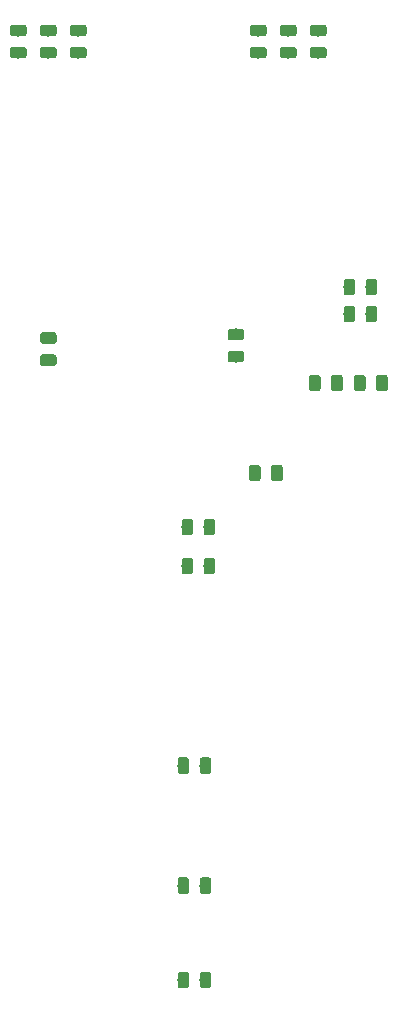
<source format=gbr>
G04 #@! TF.GenerationSoftware,KiCad,Pcbnew,(5.1.4-0-10_14)*
G04 #@! TF.CreationDate,2019-10-08T20:59:58-07:00*
G04 #@! TF.ProjectId,VCO_IO,56434f5f-494f-42e6-9b69-6361645f7063,rev?*
G04 #@! TF.SameCoordinates,Original*
G04 #@! TF.FileFunction,Paste,Bot*
G04 #@! TF.FilePolarity,Positive*
%FSLAX46Y46*%
G04 Gerber Fmt 4.6, Leading zero omitted, Abs format (unit mm)*
G04 Created by KiCad (PCBNEW (5.1.4-0-10_14)) date 2019-10-08 20:59:58*
%MOMM*%
%LPD*%
G04 APERTURE LIST*
%ADD10C,0.100000*%
%ADD11C,0.975000*%
G04 APERTURE END LIST*
D10*
G36*
X76680142Y-71268674D02*
G01*
X76703803Y-71272184D01*
X76727007Y-71277996D01*
X76749529Y-71286054D01*
X76771153Y-71296282D01*
X76791670Y-71308579D01*
X76810883Y-71322829D01*
X76828607Y-71338893D01*
X76844671Y-71356617D01*
X76858921Y-71375830D01*
X76871218Y-71396347D01*
X76881446Y-71417971D01*
X76889504Y-71440493D01*
X76895316Y-71463697D01*
X76898826Y-71487358D01*
X76900000Y-71511250D01*
X76900000Y-71998750D01*
X76898826Y-72022642D01*
X76895316Y-72046303D01*
X76889504Y-72069507D01*
X76881446Y-72092029D01*
X76871218Y-72113653D01*
X76858921Y-72134170D01*
X76844671Y-72153383D01*
X76828607Y-72171107D01*
X76810883Y-72187171D01*
X76791670Y-72201421D01*
X76771153Y-72213718D01*
X76749529Y-72223946D01*
X76727007Y-72232004D01*
X76703803Y-72237816D01*
X76680142Y-72241326D01*
X76656250Y-72242500D01*
X75743750Y-72242500D01*
X75719858Y-72241326D01*
X75696197Y-72237816D01*
X75672993Y-72232004D01*
X75650471Y-72223946D01*
X75628847Y-72213718D01*
X75608330Y-72201421D01*
X75589117Y-72187171D01*
X75571393Y-72171107D01*
X75555329Y-72153383D01*
X75541079Y-72134170D01*
X75528782Y-72113653D01*
X75518554Y-72092029D01*
X75510496Y-72069507D01*
X75504684Y-72046303D01*
X75501174Y-72022642D01*
X75500000Y-71998750D01*
X75500000Y-71511250D01*
X75501174Y-71487358D01*
X75504684Y-71463697D01*
X75510496Y-71440493D01*
X75518554Y-71417971D01*
X75528782Y-71396347D01*
X75541079Y-71375830D01*
X75555329Y-71356617D01*
X75571393Y-71338893D01*
X75589117Y-71322829D01*
X75608330Y-71308579D01*
X75628847Y-71296282D01*
X75650471Y-71286054D01*
X75672993Y-71277996D01*
X75696197Y-71272184D01*
X75719858Y-71268674D01*
X75743750Y-71267500D01*
X76656250Y-71267500D01*
X76680142Y-71268674D01*
X76680142Y-71268674D01*
G37*
D11*
X76200000Y-71755000D03*
D10*
G36*
X76680142Y-73143674D02*
G01*
X76703803Y-73147184D01*
X76727007Y-73152996D01*
X76749529Y-73161054D01*
X76771153Y-73171282D01*
X76791670Y-73183579D01*
X76810883Y-73197829D01*
X76828607Y-73213893D01*
X76844671Y-73231617D01*
X76858921Y-73250830D01*
X76871218Y-73271347D01*
X76881446Y-73292971D01*
X76889504Y-73315493D01*
X76895316Y-73338697D01*
X76898826Y-73362358D01*
X76900000Y-73386250D01*
X76900000Y-73873750D01*
X76898826Y-73897642D01*
X76895316Y-73921303D01*
X76889504Y-73944507D01*
X76881446Y-73967029D01*
X76871218Y-73988653D01*
X76858921Y-74009170D01*
X76844671Y-74028383D01*
X76828607Y-74046107D01*
X76810883Y-74062171D01*
X76791670Y-74076421D01*
X76771153Y-74088718D01*
X76749529Y-74098946D01*
X76727007Y-74107004D01*
X76703803Y-74112816D01*
X76680142Y-74116326D01*
X76656250Y-74117500D01*
X75743750Y-74117500D01*
X75719858Y-74116326D01*
X75696197Y-74112816D01*
X75672993Y-74107004D01*
X75650471Y-74098946D01*
X75628847Y-74088718D01*
X75608330Y-74076421D01*
X75589117Y-74062171D01*
X75571393Y-74046107D01*
X75555329Y-74028383D01*
X75541079Y-74009170D01*
X75528782Y-73988653D01*
X75518554Y-73967029D01*
X75510496Y-73944507D01*
X75504684Y-73921303D01*
X75501174Y-73897642D01*
X75500000Y-73873750D01*
X75500000Y-73386250D01*
X75501174Y-73362358D01*
X75504684Y-73338697D01*
X75510496Y-73315493D01*
X75518554Y-73292971D01*
X75528782Y-73271347D01*
X75541079Y-73250830D01*
X75555329Y-73231617D01*
X75571393Y-73213893D01*
X75589117Y-73197829D01*
X75608330Y-73183579D01*
X75628847Y-73171282D01*
X75650471Y-73161054D01*
X75672993Y-73152996D01*
X75696197Y-73147184D01*
X75719858Y-73143674D01*
X75743750Y-73142500D01*
X76656250Y-73142500D01*
X76680142Y-73143674D01*
X76680142Y-73143674D01*
G37*
D11*
X76200000Y-73630000D03*
D10*
G36*
X81760142Y-73143674D02*
G01*
X81783803Y-73147184D01*
X81807007Y-73152996D01*
X81829529Y-73161054D01*
X81851153Y-73171282D01*
X81871670Y-73183579D01*
X81890883Y-73197829D01*
X81908607Y-73213893D01*
X81924671Y-73231617D01*
X81938921Y-73250830D01*
X81951218Y-73271347D01*
X81961446Y-73292971D01*
X81969504Y-73315493D01*
X81975316Y-73338697D01*
X81978826Y-73362358D01*
X81980000Y-73386250D01*
X81980000Y-73873750D01*
X81978826Y-73897642D01*
X81975316Y-73921303D01*
X81969504Y-73944507D01*
X81961446Y-73967029D01*
X81951218Y-73988653D01*
X81938921Y-74009170D01*
X81924671Y-74028383D01*
X81908607Y-74046107D01*
X81890883Y-74062171D01*
X81871670Y-74076421D01*
X81851153Y-74088718D01*
X81829529Y-74098946D01*
X81807007Y-74107004D01*
X81783803Y-74112816D01*
X81760142Y-74116326D01*
X81736250Y-74117500D01*
X80823750Y-74117500D01*
X80799858Y-74116326D01*
X80776197Y-74112816D01*
X80752993Y-74107004D01*
X80730471Y-74098946D01*
X80708847Y-74088718D01*
X80688330Y-74076421D01*
X80669117Y-74062171D01*
X80651393Y-74046107D01*
X80635329Y-74028383D01*
X80621079Y-74009170D01*
X80608782Y-73988653D01*
X80598554Y-73967029D01*
X80590496Y-73944507D01*
X80584684Y-73921303D01*
X80581174Y-73897642D01*
X80580000Y-73873750D01*
X80580000Y-73386250D01*
X80581174Y-73362358D01*
X80584684Y-73338697D01*
X80590496Y-73315493D01*
X80598554Y-73292971D01*
X80608782Y-73271347D01*
X80621079Y-73250830D01*
X80635329Y-73231617D01*
X80651393Y-73213893D01*
X80669117Y-73197829D01*
X80688330Y-73183579D01*
X80708847Y-73171282D01*
X80730471Y-73161054D01*
X80752993Y-73152996D01*
X80776197Y-73147184D01*
X80799858Y-73143674D01*
X80823750Y-73142500D01*
X81736250Y-73142500D01*
X81760142Y-73143674D01*
X81760142Y-73143674D01*
G37*
D11*
X81280000Y-73630000D03*
D10*
G36*
X81760142Y-71268674D02*
G01*
X81783803Y-71272184D01*
X81807007Y-71277996D01*
X81829529Y-71286054D01*
X81851153Y-71296282D01*
X81871670Y-71308579D01*
X81890883Y-71322829D01*
X81908607Y-71338893D01*
X81924671Y-71356617D01*
X81938921Y-71375830D01*
X81951218Y-71396347D01*
X81961446Y-71417971D01*
X81969504Y-71440493D01*
X81975316Y-71463697D01*
X81978826Y-71487358D01*
X81980000Y-71511250D01*
X81980000Y-71998750D01*
X81978826Y-72022642D01*
X81975316Y-72046303D01*
X81969504Y-72069507D01*
X81961446Y-72092029D01*
X81951218Y-72113653D01*
X81938921Y-72134170D01*
X81924671Y-72153383D01*
X81908607Y-72171107D01*
X81890883Y-72187171D01*
X81871670Y-72201421D01*
X81851153Y-72213718D01*
X81829529Y-72223946D01*
X81807007Y-72232004D01*
X81783803Y-72237816D01*
X81760142Y-72241326D01*
X81736250Y-72242500D01*
X80823750Y-72242500D01*
X80799858Y-72241326D01*
X80776197Y-72237816D01*
X80752993Y-72232004D01*
X80730471Y-72223946D01*
X80708847Y-72213718D01*
X80688330Y-72201421D01*
X80669117Y-72187171D01*
X80651393Y-72171107D01*
X80635329Y-72153383D01*
X80621079Y-72134170D01*
X80608782Y-72113653D01*
X80598554Y-72092029D01*
X80590496Y-72069507D01*
X80584684Y-72046303D01*
X80581174Y-72022642D01*
X80580000Y-71998750D01*
X80580000Y-71511250D01*
X80581174Y-71487358D01*
X80584684Y-71463697D01*
X80590496Y-71440493D01*
X80598554Y-71417971D01*
X80608782Y-71396347D01*
X80621079Y-71375830D01*
X80635329Y-71356617D01*
X80651393Y-71338893D01*
X80669117Y-71322829D01*
X80688330Y-71308579D01*
X80708847Y-71296282D01*
X80730471Y-71286054D01*
X80752993Y-71277996D01*
X80776197Y-71272184D01*
X80799858Y-71268674D01*
X80823750Y-71267500D01*
X81736250Y-71267500D01*
X81760142Y-71268674D01*
X81760142Y-71268674D01*
G37*
D11*
X81280000Y-71755000D03*
D10*
G36*
X97000142Y-71268674D02*
G01*
X97023803Y-71272184D01*
X97047007Y-71277996D01*
X97069529Y-71286054D01*
X97091153Y-71296282D01*
X97111670Y-71308579D01*
X97130883Y-71322829D01*
X97148607Y-71338893D01*
X97164671Y-71356617D01*
X97178921Y-71375830D01*
X97191218Y-71396347D01*
X97201446Y-71417971D01*
X97209504Y-71440493D01*
X97215316Y-71463697D01*
X97218826Y-71487358D01*
X97220000Y-71511250D01*
X97220000Y-71998750D01*
X97218826Y-72022642D01*
X97215316Y-72046303D01*
X97209504Y-72069507D01*
X97201446Y-72092029D01*
X97191218Y-72113653D01*
X97178921Y-72134170D01*
X97164671Y-72153383D01*
X97148607Y-72171107D01*
X97130883Y-72187171D01*
X97111670Y-72201421D01*
X97091153Y-72213718D01*
X97069529Y-72223946D01*
X97047007Y-72232004D01*
X97023803Y-72237816D01*
X97000142Y-72241326D01*
X96976250Y-72242500D01*
X96063750Y-72242500D01*
X96039858Y-72241326D01*
X96016197Y-72237816D01*
X95992993Y-72232004D01*
X95970471Y-72223946D01*
X95948847Y-72213718D01*
X95928330Y-72201421D01*
X95909117Y-72187171D01*
X95891393Y-72171107D01*
X95875329Y-72153383D01*
X95861079Y-72134170D01*
X95848782Y-72113653D01*
X95838554Y-72092029D01*
X95830496Y-72069507D01*
X95824684Y-72046303D01*
X95821174Y-72022642D01*
X95820000Y-71998750D01*
X95820000Y-71511250D01*
X95821174Y-71487358D01*
X95824684Y-71463697D01*
X95830496Y-71440493D01*
X95838554Y-71417971D01*
X95848782Y-71396347D01*
X95861079Y-71375830D01*
X95875329Y-71356617D01*
X95891393Y-71338893D01*
X95909117Y-71322829D01*
X95928330Y-71308579D01*
X95948847Y-71296282D01*
X95970471Y-71286054D01*
X95992993Y-71277996D01*
X96016197Y-71272184D01*
X96039858Y-71268674D01*
X96063750Y-71267500D01*
X96976250Y-71267500D01*
X97000142Y-71268674D01*
X97000142Y-71268674D01*
G37*
D11*
X96520000Y-71755000D03*
D10*
G36*
X97000142Y-73143674D02*
G01*
X97023803Y-73147184D01*
X97047007Y-73152996D01*
X97069529Y-73161054D01*
X97091153Y-73171282D01*
X97111670Y-73183579D01*
X97130883Y-73197829D01*
X97148607Y-73213893D01*
X97164671Y-73231617D01*
X97178921Y-73250830D01*
X97191218Y-73271347D01*
X97201446Y-73292971D01*
X97209504Y-73315493D01*
X97215316Y-73338697D01*
X97218826Y-73362358D01*
X97220000Y-73386250D01*
X97220000Y-73873750D01*
X97218826Y-73897642D01*
X97215316Y-73921303D01*
X97209504Y-73944507D01*
X97201446Y-73967029D01*
X97191218Y-73988653D01*
X97178921Y-74009170D01*
X97164671Y-74028383D01*
X97148607Y-74046107D01*
X97130883Y-74062171D01*
X97111670Y-74076421D01*
X97091153Y-74088718D01*
X97069529Y-74098946D01*
X97047007Y-74107004D01*
X97023803Y-74112816D01*
X97000142Y-74116326D01*
X96976250Y-74117500D01*
X96063750Y-74117500D01*
X96039858Y-74116326D01*
X96016197Y-74112816D01*
X95992993Y-74107004D01*
X95970471Y-74098946D01*
X95948847Y-74088718D01*
X95928330Y-74076421D01*
X95909117Y-74062171D01*
X95891393Y-74046107D01*
X95875329Y-74028383D01*
X95861079Y-74009170D01*
X95848782Y-73988653D01*
X95838554Y-73967029D01*
X95830496Y-73944507D01*
X95824684Y-73921303D01*
X95821174Y-73897642D01*
X95820000Y-73873750D01*
X95820000Y-73386250D01*
X95821174Y-73362358D01*
X95824684Y-73338697D01*
X95830496Y-73315493D01*
X95838554Y-73292971D01*
X95848782Y-73271347D01*
X95861079Y-73250830D01*
X95875329Y-73231617D01*
X95891393Y-73213893D01*
X95909117Y-73197829D01*
X95928330Y-73183579D01*
X95948847Y-73171282D01*
X95970471Y-73161054D01*
X95992993Y-73152996D01*
X96016197Y-73147184D01*
X96039858Y-73143674D01*
X96063750Y-73142500D01*
X96976250Y-73142500D01*
X97000142Y-73143674D01*
X97000142Y-73143674D01*
G37*
D11*
X96520000Y-73630000D03*
D10*
G36*
X102080142Y-73143674D02*
G01*
X102103803Y-73147184D01*
X102127007Y-73152996D01*
X102149529Y-73161054D01*
X102171153Y-73171282D01*
X102191670Y-73183579D01*
X102210883Y-73197829D01*
X102228607Y-73213893D01*
X102244671Y-73231617D01*
X102258921Y-73250830D01*
X102271218Y-73271347D01*
X102281446Y-73292971D01*
X102289504Y-73315493D01*
X102295316Y-73338697D01*
X102298826Y-73362358D01*
X102300000Y-73386250D01*
X102300000Y-73873750D01*
X102298826Y-73897642D01*
X102295316Y-73921303D01*
X102289504Y-73944507D01*
X102281446Y-73967029D01*
X102271218Y-73988653D01*
X102258921Y-74009170D01*
X102244671Y-74028383D01*
X102228607Y-74046107D01*
X102210883Y-74062171D01*
X102191670Y-74076421D01*
X102171153Y-74088718D01*
X102149529Y-74098946D01*
X102127007Y-74107004D01*
X102103803Y-74112816D01*
X102080142Y-74116326D01*
X102056250Y-74117500D01*
X101143750Y-74117500D01*
X101119858Y-74116326D01*
X101096197Y-74112816D01*
X101072993Y-74107004D01*
X101050471Y-74098946D01*
X101028847Y-74088718D01*
X101008330Y-74076421D01*
X100989117Y-74062171D01*
X100971393Y-74046107D01*
X100955329Y-74028383D01*
X100941079Y-74009170D01*
X100928782Y-73988653D01*
X100918554Y-73967029D01*
X100910496Y-73944507D01*
X100904684Y-73921303D01*
X100901174Y-73897642D01*
X100900000Y-73873750D01*
X100900000Y-73386250D01*
X100901174Y-73362358D01*
X100904684Y-73338697D01*
X100910496Y-73315493D01*
X100918554Y-73292971D01*
X100928782Y-73271347D01*
X100941079Y-73250830D01*
X100955329Y-73231617D01*
X100971393Y-73213893D01*
X100989117Y-73197829D01*
X101008330Y-73183579D01*
X101028847Y-73171282D01*
X101050471Y-73161054D01*
X101072993Y-73152996D01*
X101096197Y-73147184D01*
X101119858Y-73143674D01*
X101143750Y-73142500D01*
X102056250Y-73142500D01*
X102080142Y-73143674D01*
X102080142Y-73143674D01*
G37*
D11*
X101600000Y-73630000D03*
D10*
G36*
X102080142Y-71268674D02*
G01*
X102103803Y-71272184D01*
X102127007Y-71277996D01*
X102149529Y-71286054D01*
X102171153Y-71296282D01*
X102191670Y-71308579D01*
X102210883Y-71322829D01*
X102228607Y-71338893D01*
X102244671Y-71356617D01*
X102258921Y-71375830D01*
X102271218Y-71396347D01*
X102281446Y-71417971D01*
X102289504Y-71440493D01*
X102295316Y-71463697D01*
X102298826Y-71487358D01*
X102300000Y-71511250D01*
X102300000Y-71998750D01*
X102298826Y-72022642D01*
X102295316Y-72046303D01*
X102289504Y-72069507D01*
X102281446Y-72092029D01*
X102271218Y-72113653D01*
X102258921Y-72134170D01*
X102244671Y-72153383D01*
X102228607Y-72171107D01*
X102210883Y-72187171D01*
X102191670Y-72201421D01*
X102171153Y-72213718D01*
X102149529Y-72223946D01*
X102127007Y-72232004D01*
X102103803Y-72237816D01*
X102080142Y-72241326D01*
X102056250Y-72242500D01*
X101143750Y-72242500D01*
X101119858Y-72241326D01*
X101096197Y-72237816D01*
X101072993Y-72232004D01*
X101050471Y-72223946D01*
X101028847Y-72213718D01*
X101008330Y-72201421D01*
X100989117Y-72187171D01*
X100971393Y-72171107D01*
X100955329Y-72153383D01*
X100941079Y-72134170D01*
X100928782Y-72113653D01*
X100918554Y-72092029D01*
X100910496Y-72069507D01*
X100904684Y-72046303D01*
X100901174Y-72022642D01*
X100900000Y-71998750D01*
X100900000Y-71511250D01*
X100901174Y-71487358D01*
X100904684Y-71463697D01*
X100910496Y-71440493D01*
X100918554Y-71417971D01*
X100928782Y-71396347D01*
X100941079Y-71375830D01*
X100955329Y-71356617D01*
X100971393Y-71338893D01*
X100989117Y-71322829D01*
X101008330Y-71308579D01*
X101028847Y-71296282D01*
X101050471Y-71286054D01*
X101072993Y-71277996D01*
X101096197Y-71272184D01*
X101119858Y-71268674D01*
X101143750Y-71267500D01*
X102056250Y-71267500D01*
X102080142Y-71268674D01*
X102080142Y-71268674D01*
G37*
D11*
X101600000Y-71755000D03*
D10*
G36*
X90437642Y-133286174D02*
G01*
X90461303Y-133289684D01*
X90484507Y-133295496D01*
X90507029Y-133303554D01*
X90528653Y-133313782D01*
X90549170Y-133326079D01*
X90568383Y-133340329D01*
X90586107Y-133356393D01*
X90602171Y-133374117D01*
X90616421Y-133393330D01*
X90628718Y-133413847D01*
X90638946Y-133435471D01*
X90647004Y-133457993D01*
X90652816Y-133481197D01*
X90656326Y-133504858D01*
X90657500Y-133528750D01*
X90657500Y-134441250D01*
X90656326Y-134465142D01*
X90652816Y-134488803D01*
X90647004Y-134512007D01*
X90638946Y-134534529D01*
X90628718Y-134556153D01*
X90616421Y-134576670D01*
X90602171Y-134595883D01*
X90586107Y-134613607D01*
X90568383Y-134629671D01*
X90549170Y-134643921D01*
X90528653Y-134656218D01*
X90507029Y-134666446D01*
X90484507Y-134674504D01*
X90461303Y-134680316D01*
X90437642Y-134683826D01*
X90413750Y-134685000D01*
X89926250Y-134685000D01*
X89902358Y-134683826D01*
X89878697Y-134680316D01*
X89855493Y-134674504D01*
X89832971Y-134666446D01*
X89811347Y-134656218D01*
X89790830Y-134643921D01*
X89771617Y-134629671D01*
X89753893Y-134613607D01*
X89737829Y-134595883D01*
X89723579Y-134576670D01*
X89711282Y-134556153D01*
X89701054Y-134534529D01*
X89692996Y-134512007D01*
X89687184Y-134488803D01*
X89683674Y-134465142D01*
X89682500Y-134441250D01*
X89682500Y-133528750D01*
X89683674Y-133504858D01*
X89687184Y-133481197D01*
X89692996Y-133457993D01*
X89701054Y-133435471D01*
X89711282Y-133413847D01*
X89723579Y-133393330D01*
X89737829Y-133374117D01*
X89753893Y-133356393D01*
X89771617Y-133340329D01*
X89790830Y-133326079D01*
X89811347Y-133313782D01*
X89832971Y-133303554D01*
X89855493Y-133295496D01*
X89878697Y-133289684D01*
X89902358Y-133286174D01*
X89926250Y-133285000D01*
X90413750Y-133285000D01*
X90437642Y-133286174D01*
X90437642Y-133286174D01*
G37*
D11*
X90170000Y-133985000D03*
D10*
G36*
X92312642Y-133286174D02*
G01*
X92336303Y-133289684D01*
X92359507Y-133295496D01*
X92382029Y-133303554D01*
X92403653Y-133313782D01*
X92424170Y-133326079D01*
X92443383Y-133340329D01*
X92461107Y-133356393D01*
X92477171Y-133374117D01*
X92491421Y-133393330D01*
X92503718Y-133413847D01*
X92513946Y-133435471D01*
X92522004Y-133457993D01*
X92527816Y-133481197D01*
X92531326Y-133504858D01*
X92532500Y-133528750D01*
X92532500Y-134441250D01*
X92531326Y-134465142D01*
X92527816Y-134488803D01*
X92522004Y-134512007D01*
X92513946Y-134534529D01*
X92503718Y-134556153D01*
X92491421Y-134576670D01*
X92477171Y-134595883D01*
X92461107Y-134613607D01*
X92443383Y-134629671D01*
X92424170Y-134643921D01*
X92403653Y-134656218D01*
X92382029Y-134666446D01*
X92359507Y-134674504D01*
X92336303Y-134680316D01*
X92312642Y-134683826D01*
X92288750Y-134685000D01*
X91801250Y-134685000D01*
X91777358Y-134683826D01*
X91753697Y-134680316D01*
X91730493Y-134674504D01*
X91707971Y-134666446D01*
X91686347Y-134656218D01*
X91665830Y-134643921D01*
X91646617Y-134629671D01*
X91628893Y-134613607D01*
X91612829Y-134595883D01*
X91598579Y-134576670D01*
X91586282Y-134556153D01*
X91576054Y-134534529D01*
X91567996Y-134512007D01*
X91562184Y-134488803D01*
X91558674Y-134465142D01*
X91557500Y-134441250D01*
X91557500Y-133528750D01*
X91558674Y-133504858D01*
X91562184Y-133481197D01*
X91567996Y-133457993D01*
X91576054Y-133435471D01*
X91586282Y-133413847D01*
X91598579Y-133393330D01*
X91612829Y-133374117D01*
X91628893Y-133356393D01*
X91646617Y-133340329D01*
X91665830Y-133326079D01*
X91686347Y-133313782D01*
X91707971Y-133303554D01*
X91730493Y-133295496D01*
X91753697Y-133289684D01*
X91777358Y-133286174D01*
X91801250Y-133285000D01*
X92288750Y-133285000D01*
X92312642Y-133286174D01*
X92312642Y-133286174D01*
G37*
D11*
X92045000Y-133985000D03*
D10*
G36*
X90437642Y-143446174D02*
G01*
X90461303Y-143449684D01*
X90484507Y-143455496D01*
X90507029Y-143463554D01*
X90528653Y-143473782D01*
X90549170Y-143486079D01*
X90568383Y-143500329D01*
X90586107Y-143516393D01*
X90602171Y-143534117D01*
X90616421Y-143553330D01*
X90628718Y-143573847D01*
X90638946Y-143595471D01*
X90647004Y-143617993D01*
X90652816Y-143641197D01*
X90656326Y-143664858D01*
X90657500Y-143688750D01*
X90657500Y-144601250D01*
X90656326Y-144625142D01*
X90652816Y-144648803D01*
X90647004Y-144672007D01*
X90638946Y-144694529D01*
X90628718Y-144716153D01*
X90616421Y-144736670D01*
X90602171Y-144755883D01*
X90586107Y-144773607D01*
X90568383Y-144789671D01*
X90549170Y-144803921D01*
X90528653Y-144816218D01*
X90507029Y-144826446D01*
X90484507Y-144834504D01*
X90461303Y-144840316D01*
X90437642Y-144843826D01*
X90413750Y-144845000D01*
X89926250Y-144845000D01*
X89902358Y-144843826D01*
X89878697Y-144840316D01*
X89855493Y-144834504D01*
X89832971Y-144826446D01*
X89811347Y-144816218D01*
X89790830Y-144803921D01*
X89771617Y-144789671D01*
X89753893Y-144773607D01*
X89737829Y-144755883D01*
X89723579Y-144736670D01*
X89711282Y-144716153D01*
X89701054Y-144694529D01*
X89692996Y-144672007D01*
X89687184Y-144648803D01*
X89683674Y-144625142D01*
X89682500Y-144601250D01*
X89682500Y-143688750D01*
X89683674Y-143664858D01*
X89687184Y-143641197D01*
X89692996Y-143617993D01*
X89701054Y-143595471D01*
X89711282Y-143573847D01*
X89723579Y-143553330D01*
X89737829Y-143534117D01*
X89753893Y-143516393D01*
X89771617Y-143500329D01*
X89790830Y-143486079D01*
X89811347Y-143473782D01*
X89832971Y-143463554D01*
X89855493Y-143455496D01*
X89878697Y-143449684D01*
X89902358Y-143446174D01*
X89926250Y-143445000D01*
X90413750Y-143445000D01*
X90437642Y-143446174D01*
X90437642Y-143446174D01*
G37*
D11*
X90170000Y-144145000D03*
D10*
G36*
X92312642Y-143446174D02*
G01*
X92336303Y-143449684D01*
X92359507Y-143455496D01*
X92382029Y-143463554D01*
X92403653Y-143473782D01*
X92424170Y-143486079D01*
X92443383Y-143500329D01*
X92461107Y-143516393D01*
X92477171Y-143534117D01*
X92491421Y-143553330D01*
X92503718Y-143573847D01*
X92513946Y-143595471D01*
X92522004Y-143617993D01*
X92527816Y-143641197D01*
X92531326Y-143664858D01*
X92532500Y-143688750D01*
X92532500Y-144601250D01*
X92531326Y-144625142D01*
X92527816Y-144648803D01*
X92522004Y-144672007D01*
X92513946Y-144694529D01*
X92503718Y-144716153D01*
X92491421Y-144736670D01*
X92477171Y-144755883D01*
X92461107Y-144773607D01*
X92443383Y-144789671D01*
X92424170Y-144803921D01*
X92403653Y-144816218D01*
X92382029Y-144826446D01*
X92359507Y-144834504D01*
X92336303Y-144840316D01*
X92312642Y-144843826D01*
X92288750Y-144845000D01*
X91801250Y-144845000D01*
X91777358Y-144843826D01*
X91753697Y-144840316D01*
X91730493Y-144834504D01*
X91707971Y-144826446D01*
X91686347Y-144816218D01*
X91665830Y-144803921D01*
X91646617Y-144789671D01*
X91628893Y-144773607D01*
X91612829Y-144755883D01*
X91598579Y-144736670D01*
X91586282Y-144716153D01*
X91576054Y-144694529D01*
X91567996Y-144672007D01*
X91562184Y-144648803D01*
X91558674Y-144625142D01*
X91557500Y-144601250D01*
X91557500Y-143688750D01*
X91558674Y-143664858D01*
X91562184Y-143641197D01*
X91567996Y-143617993D01*
X91576054Y-143595471D01*
X91586282Y-143573847D01*
X91598579Y-143553330D01*
X91612829Y-143534117D01*
X91628893Y-143516393D01*
X91646617Y-143500329D01*
X91665830Y-143486079D01*
X91686347Y-143473782D01*
X91707971Y-143463554D01*
X91730493Y-143455496D01*
X91753697Y-143449684D01*
X91777358Y-143446174D01*
X91801250Y-143445000D01*
X92288750Y-143445000D01*
X92312642Y-143446174D01*
X92312642Y-143446174D01*
G37*
D11*
X92045000Y-144145000D03*
D10*
G36*
X90437642Y-151447174D02*
G01*
X90461303Y-151450684D01*
X90484507Y-151456496D01*
X90507029Y-151464554D01*
X90528653Y-151474782D01*
X90549170Y-151487079D01*
X90568383Y-151501329D01*
X90586107Y-151517393D01*
X90602171Y-151535117D01*
X90616421Y-151554330D01*
X90628718Y-151574847D01*
X90638946Y-151596471D01*
X90647004Y-151618993D01*
X90652816Y-151642197D01*
X90656326Y-151665858D01*
X90657500Y-151689750D01*
X90657500Y-152602250D01*
X90656326Y-152626142D01*
X90652816Y-152649803D01*
X90647004Y-152673007D01*
X90638946Y-152695529D01*
X90628718Y-152717153D01*
X90616421Y-152737670D01*
X90602171Y-152756883D01*
X90586107Y-152774607D01*
X90568383Y-152790671D01*
X90549170Y-152804921D01*
X90528653Y-152817218D01*
X90507029Y-152827446D01*
X90484507Y-152835504D01*
X90461303Y-152841316D01*
X90437642Y-152844826D01*
X90413750Y-152846000D01*
X89926250Y-152846000D01*
X89902358Y-152844826D01*
X89878697Y-152841316D01*
X89855493Y-152835504D01*
X89832971Y-152827446D01*
X89811347Y-152817218D01*
X89790830Y-152804921D01*
X89771617Y-152790671D01*
X89753893Y-152774607D01*
X89737829Y-152756883D01*
X89723579Y-152737670D01*
X89711282Y-152717153D01*
X89701054Y-152695529D01*
X89692996Y-152673007D01*
X89687184Y-152649803D01*
X89683674Y-152626142D01*
X89682500Y-152602250D01*
X89682500Y-151689750D01*
X89683674Y-151665858D01*
X89687184Y-151642197D01*
X89692996Y-151618993D01*
X89701054Y-151596471D01*
X89711282Y-151574847D01*
X89723579Y-151554330D01*
X89737829Y-151535117D01*
X89753893Y-151517393D01*
X89771617Y-151501329D01*
X89790830Y-151487079D01*
X89811347Y-151474782D01*
X89832971Y-151464554D01*
X89855493Y-151456496D01*
X89878697Y-151450684D01*
X89902358Y-151447174D01*
X89926250Y-151446000D01*
X90413750Y-151446000D01*
X90437642Y-151447174D01*
X90437642Y-151447174D01*
G37*
D11*
X90170000Y-152146000D03*
D10*
G36*
X92312642Y-151447174D02*
G01*
X92336303Y-151450684D01*
X92359507Y-151456496D01*
X92382029Y-151464554D01*
X92403653Y-151474782D01*
X92424170Y-151487079D01*
X92443383Y-151501329D01*
X92461107Y-151517393D01*
X92477171Y-151535117D01*
X92491421Y-151554330D01*
X92503718Y-151574847D01*
X92513946Y-151596471D01*
X92522004Y-151618993D01*
X92527816Y-151642197D01*
X92531326Y-151665858D01*
X92532500Y-151689750D01*
X92532500Y-152602250D01*
X92531326Y-152626142D01*
X92527816Y-152649803D01*
X92522004Y-152673007D01*
X92513946Y-152695529D01*
X92503718Y-152717153D01*
X92491421Y-152737670D01*
X92477171Y-152756883D01*
X92461107Y-152774607D01*
X92443383Y-152790671D01*
X92424170Y-152804921D01*
X92403653Y-152817218D01*
X92382029Y-152827446D01*
X92359507Y-152835504D01*
X92336303Y-152841316D01*
X92312642Y-152844826D01*
X92288750Y-152846000D01*
X91801250Y-152846000D01*
X91777358Y-152844826D01*
X91753697Y-152841316D01*
X91730493Y-152835504D01*
X91707971Y-152827446D01*
X91686347Y-152817218D01*
X91665830Y-152804921D01*
X91646617Y-152790671D01*
X91628893Y-152774607D01*
X91612829Y-152756883D01*
X91598579Y-152737670D01*
X91586282Y-152717153D01*
X91576054Y-152695529D01*
X91567996Y-152673007D01*
X91562184Y-152649803D01*
X91558674Y-152626142D01*
X91557500Y-152602250D01*
X91557500Y-151689750D01*
X91558674Y-151665858D01*
X91562184Y-151642197D01*
X91567996Y-151618993D01*
X91576054Y-151596471D01*
X91586282Y-151574847D01*
X91598579Y-151554330D01*
X91612829Y-151535117D01*
X91628893Y-151517393D01*
X91646617Y-151501329D01*
X91665830Y-151487079D01*
X91686347Y-151474782D01*
X91707971Y-151464554D01*
X91730493Y-151456496D01*
X91753697Y-151450684D01*
X91777358Y-151447174D01*
X91801250Y-151446000D01*
X92288750Y-151446000D01*
X92312642Y-151447174D01*
X92312642Y-151447174D01*
G37*
D11*
X92045000Y-152146000D03*
D10*
G36*
X79220142Y-71268674D02*
G01*
X79243803Y-71272184D01*
X79267007Y-71277996D01*
X79289529Y-71286054D01*
X79311153Y-71296282D01*
X79331670Y-71308579D01*
X79350883Y-71322829D01*
X79368607Y-71338893D01*
X79384671Y-71356617D01*
X79398921Y-71375830D01*
X79411218Y-71396347D01*
X79421446Y-71417971D01*
X79429504Y-71440493D01*
X79435316Y-71463697D01*
X79438826Y-71487358D01*
X79440000Y-71511250D01*
X79440000Y-71998750D01*
X79438826Y-72022642D01*
X79435316Y-72046303D01*
X79429504Y-72069507D01*
X79421446Y-72092029D01*
X79411218Y-72113653D01*
X79398921Y-72134170D01*
X79384671Y-72153383D01*
X79368607Y-72171107D01*
X79350883Y-72187171D01*
X79331670Y-72201421D01*
X79311153Y-72213718D01*
X79289529Y-72223946D01*
X79267007Y-72232004D01*
X79243803Y-72237816D01*
X79220142Y-72241326D01*
X79196250Y-72242500D01*
X78283750Y-72242500D01*
X78259858Y-72241326D01*
X78236197Y-72237816D01*
X78212993Y-72232004D01*
X78190471Y-72223946D01*
X78168847Y-72213718D01*
X78148330Y-72201421D01*
X78129117Y-72187171D01*
X78111393Y-72171107D01*
X78095329Y-72153383D01*
X78081079Y-72134170D01*
X78068782Y-72113653D01*
X78058554Y-72092029D01*
X78050496Y-72069507D01*
X78044684Y-72046303D01*
X78041174Y-72022642D01*
X78040000Y-71998750D01*
X78040000Y-71511250D01*
X78041174Y-71487358D01*
X78044684Y-71463697D01*
X78050496Y-71440493D01*
X78058554Y-71417971D01*
X78068782Y-71396347D01*
X78081079Y-71375830D01*
X78095329Y-71356617D01*
X78111393Y-71338893D01*
X78129117Y-71322829D01*
X78148330Y-71308579D01*
X78168847Y-71296282D01*
X78190471Y-71286054D01*
X78212993Y-71277996D01*
X78236197Y-71272184D01*
X78259858Y-71268674D01*
X78283750Y-71267500D01*
X79196250Y-71267500D01*
X79220142Y-71268674D01*
X79220142Y-71268674D01*
G37*
D11*
X78740000Y-71755000D03*
D10*
G36*
X79220142Y-73143674D02*
G01*
X79243803Y-73147184D01*
X79267007Y-73152996D01*
X79289529Y-73161054D01*
X79311153Y-73171282D01*
X79331670Y-73183579D01*
X79350883Y-73197829D01*
X79368607Y-73213893D01*
X79384671Y-73231617D01*
X79398921Y-73250830D01*
X79411218Y-73271347D01*
X79421446Y-73292971D01*
X79429504Y-73315493D01*
X79435316Y-73338697D01*
X79438826Y-73362358D01*
X79440000Y-73386250D01*
X79440000Y-73873750D01*
X79438826Y-73897642D01*
X79435316Y-73921303D01*
X79429504Y-73944507D01*
X79421446Y-73967029D01*
X79411218Y-73988653D01*
X79398921Y-74009170D01*
X79384671Y-74028383D01*
X79368607Y-74046107D01*
X79350883Y-74062171D01*
X79331670Y-74076421D01*
X79311153Y-74088718D01*
X79289529Y-74098946D01*
X79267007Y-74107004D01*
X79243803Y-74112816D01*
X79220142Y-74116326D01*
X79196250Y-74117500D01*
X78283750Y-74117500D01*
X78259858Y-74116326D01*
X78236197Y-74112816D01*
X78212993Y-74107004D01*
X78190471Y-74098946D01*
X78168847Y-74088718D01*
X78148330Y-74076421D01*
X78129117Y-74062171D01*
X78111393Y-74046107D01*
X78095329Y-74028383D01*
X78081079Y-74009170D01*
X78068782Y-73988653D01*
X78058554Y-73967029D01*
X78050496Y-73944507D01*
X78044684Y-73921303D01*
X78041174Y-73897642D01*
X78040000Y-73873750D01*
X78040000Y-73386250D01*
X78041174Y-73362358D01*
X78044684Y-73338697D01*
X78050496Y-73315493D01*
X78058554Y-73292971D01*
X78068782Y-73271347D01*
X78081079Y-73250830D01*
X78095329Y-73231617D01*
X78111393Y-73213893D01*
X78129117Y-73197829D01*
X78148330Y-73183579D01*
X78168847Y-73171282D01*
X78190471Y-73161054D01*
X78212993Y-73152996D01*
X78236197Y-73147184D01*
X78259858Y-73143674D01*
X78283750Y-73142500D01*
X79196250Y-73142500D01*
X79220142Y-73143674D01*
X79220142Y-73143674D01*
G37*
D11*
X78740000Y-73630000D03*
D10*
G36*
X99540142Y-71268674D02*
G01*
X99563803Y-71272184D01*
X99587007Y-71277996D01*
X99609529Y-71286054D01*
X99631153Y-71296282D01*
X99651670Y-71308579D01*
X99670883Y-71322829D01*
X99688607Y-71338893D01*
X99704671Y-71356617D01*
X99718921Y-71375830D01*
X99731218Y-71396347D01*
X99741446Y-71417971D01*
X99749504Y-71440493D01*
X99755316Y-71463697D01*
X99758826Y-71487358D01*
X99760000Y-71511250D01*
X99760000Y-71998750D01*
X99758826Y-72022642D01*
X99755316Y-72046303D01*
X99749504Y-72069507D01*
X99741446Y-72092029D01*
X99731218Y-72113653D01*
X99718921Y-72134170D01*
X99704671Y-72153383D01*
X99688607Y-72171107D01*
X99670883Y-72187171D01*
X99651670Y-72201421D01*
X99631153Y-72213718D01*
X99609529Y-72223946D01*
X99587007Y-72232004D01*
X99563803Y-72237816D01*
X99540142Y-72241326D01*
X99516250Y-72242500D01*
X98603750Y-72242500D01*
X98579858Y-72241326D01*
X98556197Y-72237816D01*
X98532993Y-72232004D01*
X98510471Y-72223946D01*
X98488847Y-72213718D01*
X98468330Y-72201421D01*
X98449117Y-72187171D01*
X98431393Y-72171107D01*
X98415329Y-72153383D01*
X98401079Y-72134170D01*
X98388782Y-72113653D01*
X98378554Y-72092029D01*
X98370496Y-72069507D01*
X98364684Y-72046303D01*
X98361174Y-72022642D01*
X98360000Y-71998750D01*
X98360000Y-71511250D01*
X98361174Y-71487358D01*
X98364684Y-71463697D01*
X98370496Y-71440493D01*
X98378554Y-71417971D01*
X98388782Y-71396347D01*
X98401079Y-71375830D01*
X98415329Y-71356617D01*
X98431393Y-71338893D01*
X98449117Y-71322829D01*
X98468330Y-71308579D01*
X98488847Y-71296282D01*
X98510471Y-71286054D01*
X98532993Y-71277996D01*
X98556197Y-71272184D01*
X98579858Y-71268674D01*
X98603750Y-71267500D01*
X99516250Y-71267500D01*
X99540142Y-71268674D01*
X99540142Y-71268674D01*
G37*
D11*
X99060000Y-71755000D03*
D10*
G36*
X99540142Y-73143674D02*
G01*
X99563803Y-73147184D01*
X99587007Y-73152996D01*
X99609529Y-73161054D01*
X99631153Y-73171282D01*
X99651670Y-73183579D01*
X99670883Y-73197829D01*
X99688607Y-73213893D01*
X99704671Y-73231617D01*
X99718921Y-73250830D01*
X99731218Y-73271347D01*
X99741446Y-73292971D01*
X99749504Y-73315493D01*
X99755316Y-73338697D01*
X99758826Y-73362358D01*
X99760000Y-73386250D01*
X99760000Y-73873750D01*
X99758826Y-73897642D01*
X99755316Y-73921303D01*
X99749504Y-73944507D01*
X99741446Y-73967029D01*
X99731218Y-73988653D01*
X99718921Y-74009170D01*
X99704671Y-74028383D01*
X99688607Y-74046107D01*
X99670883Y-74062171D01*
X99651670Y-74076421D01*
X99631153Y-74088718D01*
X99609529Y-74098946D01*
X99587007Y-74107004D01*
X99563803Y-74112816D01*
X99540142Y-74116326D01*
X99516250Y-74117500D01*
X98603750Y-74117500D01*
X98579858Y-74116326D01*
X98556197Y-74112816D01*
X98532993Y-74107004D01*
X98510471Y-74098946D01*
X98488847Y-74088718D01*
X98468330Y-74076421D01*
X98449117Y-74062171D01*
X98431393Y-74046107D01*
X98415329Y-74028383D01*
X98401079Y-74009170D01*
X98388782Y-73988653D01*
X98378554Y-73967029D01*
X98370496Y-73944507D01*
X98364684Y-73921303D01*
X98361174Y-73897642D01*
X98360000Y-73873750D01*
X98360000Y-73386250D01*
X98361174Y-73362358D01*
X98364684Y-73338697D01*
X98370496Y-73315493D01*
X98378554Y-73292971D01*
X98388782Y-73271347D01*
X98401079Y-73250830D01*
X98415329Y-73231617D01*
X98431393Y-73213893D01*
X98449117Y-73197829D01*
X98468330Y-73183579D01*
X98488847Y-73171282D01*
X98510471Y-73161054D01*
X98532993Y-73152996D01*
X98556197Y-73147184D01*
X98579858Y-73143674D01*
X98603750Y-73142500D01*
X99516250Y-73142500D01*
X99540142Y-73143674D01*
X99540142Y-73143674D01*
G37*
D11*
X99060000Y-73630000D03*
D10*
G36*
X95095142Y-97001174D02*
G01*
X95118803Y-97004684D01*
X95142007Y-97010496D01*
X95164529Y-97018554D01*
X95186153Y-97028782D01*
X95206670Y-97041079D01*
X95225883Y-97055329D01*
X95243607Y-97071393D01*
X95259671Y-97089117D01*
X95273921Y-97108330D01*
X95286218Y-97128847D01*
X95296446Y-97150471D01*
X95304504Y-97172993D01*
X95310316Y-97196197D01*
X95313826Y-97219858D01*
X95315000Y-97243750D01*
X95315000Y-97731250D01*
X95313826Y-97755142D01*
X95310316Y-97778803D01*
X95304504Y-97802007D01*
X95296446Y-97824529D01*
X95286218Y-97846153D01*
X95273921Y-97866670D01*
X95259671Y-97885883D01*
X95243607Y-97903607D01*
X95225883Y-97919671D01*
X95206670Y-97933921D01*
X95186153Y-97946218D01*
X95164529Y-97956446D01*
X95142007Y-97964504D01*
X95118803Y-97970316D01*
X95095142Y-97973826D01*
X95071250Y-97975000D01*
X94158750Y-97975000D01*
X94134858Y-97973826D01*
X94111197Y-97970316D01*
X94087993Y-97964504D01*
X94065471Y-97956446D01*
X94043847Y-97946218D01*
X94023330Y-97933921D01*
X94004117Y-97919671D01*
X93986393Y-97903607D01*
X93970329Y-97885883D01*
X93956079Y-97866670D01*
X93943782Y-97846153D01*
X93933554Y-97824529D01*
X93925496Y-97802007D01*
X93919684Y-97778803D01*
X93916174Y-97755142D01*
X93915000Y-97731250D01*
X93915000Y-97243750D01*
X93916174Y-97219858D01*
X93919684Y-97196197D01*
X93925496Y-97172993D01*
X93933554Y-97150471D01*
X93943782Y-97128847D01*
X93956079Y-97108330D01*
X93970329Y-97089117D01*
X93986393Y-97071393D01*
X94004117Y-97055329D01*
X94023330Y-97041079D01*
X94043847Y-97028782D01*
X94065471Y-97018554D01*
X94087993Y-97010496D01*
X94111197Y-97004684D01*
X94134858Y-97001174D01*
X94158750Y-97000000D01*
X95071250Y-97000000D01*
X95095142Y-97001174D01*
X95095142Y-97001174D01*
G37*
D11*
X94615000Y-97487500D03*
D10*
G36*
X95095142Y-98876174D02*
G01*
X95118803Y-98879684D01*
X95142007Y-98885496D01*
X95164529Y-98893554D01*
X95186153Y-98903782D01*
X95206670Y-98916079D01*
X95225883Y-98930329D01*
X95243607Y-98946393D01*
X95259671Y-98964117D01*
X95273921Y-98983330D01*
X95286218Y-99003847D01*
X95296446Y-99025471D01*
X95304504Y-99047993D01*
X95310316Y-99071197D01*
X95313826Y-99094858D01*
X95315000Y-99118750D01*
X95315000Y-99606250D01*
X95313826Y-99630142D01*
X95310316Y-99653803D01*
X95304504Y-99677007D01*
X95296446Y-99699529D01*
X95286218Y-99721153D01*
X95273921Y-99741670D01*
X95259671Y-99760883D01*
X95243607Y-99778607D01*
X95225883Y-99794671D01*
X95206670Y-99808921D01*
X95186153Y-99821218D01*
X95164529Y-99831446D01*
X95142007Y-99839504D01*
X95118803Y-99845316D01*
X95095142Y-99848826D01*
X95071250Y-99850000D01*
X94158750Y-99850000D01*
X94134858Y-99848826D01*
X94111197Y-99845316D01*
X94087993Y-99839504D01*
X94065471Y-99831446D01*
X94043847Y-99821218D01*
X94023330Y-99808921D01*
X94004117Y-99794671D01*
X93986393Y-99778607D01*
X93970329Y-99760883D01*
X93956079Y-99741670D01*
X93943782Y-99721153D01*
X93933554Y-99699529D01*
X93925496Y-99677007D01*
X93919684Y-99653803D01*
X93916174Y-99630142D01*
X93915000Y-99606250D01*
X93915000Y-99118750D01*
X93916174Y-99094858D01*
X93919684Y-99071197D01*
X93925496Y-99047993D01*
X93933554Y-99025471D01*
X93943782Y-99003847D01*
X93956079Y-98983330D01*
X93970329Y-98964117D01*
X93986393Y-98946393D01*
X94004117Y-98930329D01*
X94023330Y-98916079D01*
X94043847Y-98903782D01*
X94065471Y-98893554D01*
X94087993Y-98885496D01*
X94111197Y-98879684D01*
X94134858Y-98876174D01*
X94158750Y-98875000D01*
X95071250Y-98875000D01*
X95095142Y-98876174D01*
X95095142Y-98876174D01*
G37*
D11*
X94615000Y-99362500D03*
D10*
G36*
X104486142Y-92773174D02*
G01*
X104509803Y-92776684D01*
X104533007Y-92782496D01*
X104555529Y-92790554D01*
X104577153Y-92800782D01*
X104597670Y-92813079D01*
X104616883Y-92827329D01*
X104634607Y-92843393D01*
X104650671Y-92861117D01*
X104664921Y-92880330D01*
X104677218Y-92900847D01*
X104687446Y-92922471D01*
X104695504Y-92944993D01*
X104701316Y-92968197D01*
X104704826Y-92991858D01*
X104706000Y-93015750D01*
X104706000Y-93928250D01*
X104704826Y-93952142D01*
X104701316Y-93975803D01*
X104695504Y-93999007D01*
X104687446Y-94021529D01*
X104677218Y-94043153D01*
X104664921Y-94063670D01*
X104650671Y-94082883D01*
X104634607Y-94100607D01*
X104616883Y-94116671D01*
X104597670Y-94130921D01*
X104577153Y-94143218D01*
X104555529Y-94153446D01*
X104533007Y-94161504D01*
X104509803Y-94167316D01*
X104486142Y-94170826D01*
X104462250Y-94172000D01*
X103974750Y-94172000D01*
X103950858Y-94170826D01*
X103927197Y-94167316D01*
X103903993Y-94161504D01*
X103881471Y-94153446D01*
X103859847Y-94143218D01*
X103839330Y-94130921D01*
X103820117Y-94116671D01*
X103802393Y-94100607D01*
X103786329Y-94082883D01*
X103772079Y-94063670D01*
X103759782Y-94043153D01*
X103749554Y-94021529D01*
X103741496Y-93999007D01*
X103735684Y-93975803D01*
X103732174Y-93952142D01*
X103731000Y-93928250D01*
X103731000Y-93015750D01*
X103732174Y-92991858D01*
X103735684Y-92968197D01*
X103741496Y-92944993D01*
X103749554Y-92922471D01*
X103759782Y-92900847D01*
X103772079Y-92880330D01*
X103786329Y-92861117D01*
X103802393Y-92843393D01*
X103820117Y-92827329D01*
X103839330Y-92813079D01*
X103859847Y-92800782D01*
X103881471Y-92790554D01*
X103903993Y-92782496D01*
X103927197Y-92776684D01*
X103950858Y-92773174D01*
X103974750Y-92772000D01*
X104462250Y-92772000D01*
X104486142Y-92773174D01*
X104486142Y-92773174D01*
G37*
D11*
X104218500Y-93472000D03*
D10*
G36*
X106361142Y-92773174D02*
G01*
X106384803Y-92776684D01*
X106408007Y-92782496D01*
X106430529Y-92790554D01*
X106452153Y-92800782D01*
X106472670Y-92813079D01*
X106491883Y-92827329D01*
X106509607Y-92843393D01*
X106525671Y-92861117D01*
X106539921Y-92880330D01*
X106552218Y-92900847D01*
X106562446Y-92922471D01*
X106570504Y-92944993D01*
X106576316Y-92968197D01*
X106579826Y-92991858D01*
X106581000Y-93015750D01*
X106581000Y-93928250D01*
X106579826Y-93952142D01*
X106576316Y-93975803D01*
X106570504Y-93999007D01*
X106562446Y-94021529D01*
X106552218Y-94043153D01*
X106539921Y-94063670D01*
X106525671Y-94082883D01*
X106509607Y-94100607D01*
X106491883Y-94116671D01*
X106472670Y-94130921D01*
X106452153Y-94143218D01*
X106430529Y-94153446D01*
X106408007Y-94161504D01*
X106384803Y-94167316D01*
X106361142Y-94170826D01*
X106337250Y-94172000D01*
X105849750Y-94172000D01*
X105825858Y-94170826D01*
X105802197Y-94167316D01*
X105778993Y-94161504D01*
X105756471Y-94153446D01*
X105734847Y-94143218D01*
X105714330Y-94130921D01*
X105695117Y-94116671D01*
X105677393Y-94100607D01*
X105661329Y-94082883D01*
X105647079Y-94063670D01*
X105634782Y-94043153D01*
X105624554Y-94021529D01*
X105616496Y-93999007D01*
X105610684Y-93975803D01*
X105607174Y-93952142D01*
X105606000Y-93928250D01*
X105606000Y-93015750D01*
X105607174Y-92991858D01*
X105610684Y-92968197D01*
X105616496Y-92944993D01*
X105624554Y-92922471D01*
X105634782Y-92900847D01*
X105647079Y-92880330D01*
X105661329Y-92861117D01*
X105677393Y-92843393D01*
X105695117Y-92827329D01*
X105714330Y-92813079D01*
X105734847Y-92800782D01*
X105756471Y-92790554D01*
X105778993Y-92782496D01*
X105802197Y-92776684D01*
X105825858Y-92773174D01*
X105849750Y-92772000D01*
X106337250Y-92772000D01*
X106361142Y-92773174D01*
X106361142Y-92773174D01*
G37*
D11*
X106093500Y-93472000D03*
D10*
G36*
X79220142Y-97303674D02*
G01*
X79243803Y-97307184D01*
X79267007Y-97312996D01*
X79289529Y-97321054D01*
X79311153Y-97331282D01*
X79331670Y-97343579D01*
X79350883Y-97357829D01*
X79368607Y-97373893D01*
X79384671Y-97391617D01*
X79398921Y-97410830D01*
X79411218Y-97431347D01*
X79421446Y-97452971D01*
X79429504Y-97475493D01*
X79435316Y-97498697D01*
X79438826Y-97522358D01*
X79440000Y-97546250D01*
X79440000Y-98033750D01*
X79438826Y-98057642D01*
X79435316Y-98081303D01*
X79429504Y-98104507D01*
X79421446Y-98127029D01*
X79411218Y-98148653D01*
X79398921Y-98169170D01*
X79384671Y-98188383D01*
X79368607Y-98206107D01*
X79350883Y-98222171D01*
X79331670Y-98236421D01*
X79311153Y-98248718D01*
X79289529Y-98258946D01*
X79267007Y-98267004D01*
X79243803Y-98272816D01*
X79220142Y-98276326D01*
X79196250Y-98277500D01*
X78283750Y-98277500D01*
X78259858Y-98276326D01*
X78236197Y-98272816D01*
X78212993Y-98267004D01*
X78190471Y-98258946D01*
X78168847Y-98248718D01*
X78148330Y-98236421D01*
X78129117Y-98222171D01*
X78111393Y-98206107D01*
X78095329Y-98188383D01*
X78081079Y-98169170D01*
X78068782Y-98148653D01*
X78058554Y-98127029D01*
X78050496Y-98104507D01*
X78044684Y-98081303D01*
X78041174Y-98057642D01*
X78040000Y-98033750D01*
X78040000Y-97546250D01*
X78041174Y-97522358D01*
X78044684Y-97498697D01*
X78050496Y-97475493D01*
X78058554Y-97452971D01*
X78068782Y-97431347D01*
X78081079Y-97410830D01*
X78095329Y-97391617D01*
X78111393Y-97373893D01*
X78129117Y-97357829D01*
X78148330Y-97343579D01*
X78168847Y-97331282D01*
X78190471Y-97321054D01*
X78212993Y-97312996D01*
X78236197Y-97307184D01*
X78259858Y-97303674D01*
X78283750Y-97302500D01*
X79196250Y-97302500D01*
X79220142Y-97303674D01*
X79220142Y-97303674D01*
G37*
D11*
X78740000Y-97790000D03*
D10*
G36*
X79220142Y-99178674D02*
G01*
X79243803Y-99182184D01*
X79267007Y-99187996D01*
X79289529Y-99196054D01*
X79311153Y-99206282D01*
X79331670Y-99218579D01*
X79350883Y-99232829D01*
X79368607Y-99248893D01*
X79384671Y-99266617D01*
X79398921Y-99285830D01*
X79411218Y-99306347D01*
X79421446Y-99327971D01*
X79429504Y-99350493D01*
X79435316Y-99373697D01*
X79438826Y-99397358D01*
X79440000Y-99421250D01*
X79440000Y-99908750D01*
X79438826Y-99932642D01*
X79435316Y-99956303D01*
X79429504Y-99979507D01*
X79421446Y-100002029D01*
X79411218Y-100023653D01*
X79398921Y-100044170D01*
X79384671Y-100063383D01*
X79368607Y-100081107D01*
X79350883Y-100097171D01*
X79331670Y-100111421D01*
X79311153Y-100123718D01*
X79289529Y-100133946D01*
X79267007Y-100142004D01*
X79243803Y-100147816D01*
X79220142Y-100151326D01*
X79196250Y-100152500D01*
X78283750Y-100152500D01*
X78259858Y-100151326D01*
X78236197Y-100147816D01*
X78212993Y-100142004D01*
X78190471Y-100133946D01*
X78168847Y-100123718D01*
X78148330Y-100111421D01*
X78129117Y-100097171D01*
X78111393Y-100081107D01*
X78095329Y-100063383D01*
X78081079Y-100044170D01*
X78068782Y-100023653D01*
X78058554Y-100002029D01*
X78050496Y-99979507D01*
X78044684Y-99956303D01*
X78041174Y-99932642D01*
X78040000Y-99908750D01*
X78040000Y-99421250D01*
X78041174Y-99397358D01*
X78044684Y-99373697D01*
X78050496Y-99350493D01*
X78058554Y-99327971D01*
X78068782Y-99306347D01*
X78081079Y-99285830D01*
X78095329Y-99266617D01*
X78111393Y-99248893D01*
X78129117Y-99232829D01*
X78148330Y-99218579D01*
X78168847Y-99206282D01*
X78190471Y-99196054D01*
X78212993Y-99187996D01*
X78236197Y-99182184D01*
X78259858Y-99178674D01*
X78283750Y-99177500D01*
X79196250Y-99177500D01*
X79220142Y-99178674D01*
X79220142Y-99178674D01*
G37*
D11*
X78740000Y-99665000D03*
D10*
G36*
X107250142Y-100901174D02*
G01*
X107273803Y-100904684D01*
X107297007Y-100910496D01*
X107319529Y-100918554D01*
X107341153Y-100928782D01*
X107361670Y-100941079D01*
X107380883Y-100955329D01*
X107398607Y-100971393D01*
X107414671Y-100989117D01*
X107428921Y-101008330D01*
X107441218Y-101028847D01*
X107451446Y-101050471D01*
X107459504Y-101072993D01*
X107465316Y-101096197D01*
X107468826Y-101119858D01*
X107470000Y-101143750D01*
X107470000Y-102056250D01*
X107468826Y-102080142D01*
X107465316Y-102103803D01*
X107459504Y-102127007D01*
X107451446Y-102149529D01*
X107441218Y-102171153D01*
X107428921Y-102191670D01*
X107414671Y-102210883D01*
X107398607Y-102228607D01*
X107380883Y-102244671D01*
X107361670Y-102258921D01*
X107341153Y-102271218D01*
X107319529Y-102281446D01*
X107297007Y-102289504D01*
X107273803Y-102295316D01*
X107250142Y-102298826D01*
X107226250Y-102300000D01*
X106738750Y-102300000D01*
X106714858Y-102298826D01*
X106691197Y-102295316D01*
X106667993Y-102289504D01*
X106645471Y-102281446D01*
X106623847Y-102271218D01*
X106603330Y-102258921D01*
X106584117Y-102244671D01*
X106566393Y-102228607D01*
X106550329Y-102210883D01*
X106536079Y-102191670D01*
X106523782Y-102171153D01*
X106513554Y-102149529D01*
X106505496Y-102127007D01*
X106499684Y-102103803D01*
X106496174Y-102080142D01*
X106495000Y-102056250D01*
X106495000Y-101143750D01*
X106496174Y-101119858D01*
X106499684Y-101096197D01*
X106505496Y-101072993D01*
X106513554Y-101050471D01*
X106523782Y-101028847D01*
X106536079Y-101008330D01*
X106550329Y-100989117D01*
X106566393Y-100971393D01*
X106584117Y-100955329D01*
X106603330Y-100941079D01*
X106623847Y-100928782D01*
X106645471Y-100918554D01*
X106667993Y-100910496D01*
X106691197Y-100904684D01*
X106714858Y-100901174D01*
X106738750Y-100900000D01*
X107226250Y-100900000D01*
X107250142Y-100901174D01*
X107250142Y-100901174D01*
G37*
D11*
X106982500Y-101600000D03*
D10*
G36*
X105375142Y-100901174D02*
G01*
X105398803Y-100904684D01*
X105422007Y-100910496D01*
X105444529Y-100918554D01*
X105466153Y-100928782D01*
X105486670Y-100941079D01*
X105505883Y-100955329D01*
X105523607Y-100971393D01*
X105539671Y-100989117D01*
X105553921Y-101008330D01*
X105566218Y-101028847D01*
X105576446Y-101050471D01*
X105584504Y-101072993D01*
X105590316Y-101096197D01*
X105593826Y-101119858D01*
X105595000Y-101143750D01*
X105595000Y-102056250D01*
X105593826Y-102080142D01*
X105590316Y-102103803D01*
X105584504Y-102127007D01*
X105576446Y-102149529D01*
X105566218Y-102171153D01*
X105553921Y-102191670D01*
X105539671Y-102210883D01*
X105523607Y-102228607D01*
X105505883Y-102244671D01*
X105486670Y-102258921D01*
X105466153Y-102271218D01*
X105444529Y-102281446D01*
X105422007Y-102289504D01*
X105398803Y-102295316D01*
X105375142Y-102298826D01*
X105351250Y-102300000D01*
X104863750Y-102300000D01*
X104839858Y-102298826D01*
X104816197Y-102295316D01*
X104792993Y-102289504D01*
X104770471Y-102281446D01*
X104748847Y-102271218D01*
X104728330Y-102258921D01*
X104709117Y-102244671D01*
X104691393Y-102228607D01*
X104675329Y-102210883D01*
X104661079Y-102191670D01*
X104648782Y-102171153D01*
X104638554Y-102149529D01*
X104630496Y-102127007D01*
X104624684Y-102103803D01*
X104621174Y-102080142D01*
X104620000Y-102056250D01*
X104620000Y-101143750D01*
X104621174Y-101119858D01*
X104624684Y-101096197D01*
X104630496Y-101072993D01*
X104638554Y-101050471D01*
X104648782Y-101028847D01*
X104661079Y-101008330D01*
X104675329Y-100989117D01*
X104691393Y-100971393D01*
X104709117Y-100955329D01*
X104728330Y-100941079D01*
X104748847Y-100928782D01*
X104770471Y-100918554D01*
X104792993Y-100910496D01*
X104816197Y-100904684D01*
X104839858Y-100901174D01*
X104863750Y-100900000D01*
X105351250Y-100900000D01*
X105375142Y-100901174D01*
X105375142Y-100901174D01*
G37*
D11*
X105107500Y-101600000D03*
D10*
G36*
X103440142Y-100901174D02*
G01*
X103463803Y-100904684D01*
X103487007Y-100910496D01*
X103509529Y-100918554D01*
X103531153Y-100928782D01*
X103551670Y-100941079D01*
X103570883Y-100955329D01*
X103588607Y-100971393D01*
X103604671Y-100989117D01*
X103618921Y-101008330D01*
X103631218Y-101028847D01*
X103641446Y-101050471D01*
X103649504Y-101072993D01*
X103655316Y-101096197D01*
X103658826Y-101119858D01*
X103660000Y-101143750D01*
X103660000Y-102056250D01*
X103658826Y-102080142D01*
X103655316Y-102103803D01*
X103649504Y-102127007D01*
X103641446Y-102149529D01*
X103631218Y-102171153D01*
X103618921Y-102191670D01*
X103604671Y-102210883D01*
X103588607Y-102228607D01*
X103570883Y-102244671D01*
X103551670Y-102258921D01*
X103531153Y-102271218D01*
X103509529Y-102281446D01*
X103487007Y-102289504D01*
X103463803Y-102295316D01*
X103440142Y-102298826D01*
X103416250Y-102300000D01*
X102928750Y-102300000D01*
X102904858Y-102298826D01*
X102881197Y-102295316D01*
X102857993Y-102289504D01*
X102835471Y-102281446D01*
X102813847Y-102271218D01*
X102793330Y-102258921D01*
X102774117Y-102244671D01*
X102756393Y-102228607D01*
X102740329Y-102210883D01*
X102726079Y-102191670D01*
X102713782Y-102171153D01*
X102703554Y-102149529D01*
X102695496Y-102127007D01*
X102689684Y-102103803D01*
X102686174Y-102080142D01*
X102685000Y-102056250D01*
X102685000Y-101143750D01*
X102686174Y-101119858D01*
X102689684Y-101096197D01*
X102695496Y-101072993D01*
X102703554Y-101050471D01*
X102713782Y-101028847D01*
X102726079Y-101008330D01*
X102740329Y-100989117D01*
X102756393Y-100971393D01*
X102774117Y-100955329D01*
X102793330Y-100941079D01*
X102813847Y-100928782D01*
X102835471Y-100918554D01*
X102857993Y-100910496D01*
X102881197Y-100904684D01*
X102904858Y-100901174D01*
X102928750Y-100900000D01*
X103416250Y-100900000D01*
X103440142Y-100901174D01*
X103440142Y-100901174D01*
G37*
D11*
X103172500Y-101600000D03*
D10*
G36*
X101565142Y-100901174D02*
G01*
X101588803Y-100904684D01*
X101612007Y-100910496D01*
X101634529Y-100918554D01*
X101656153Y-100928782D01*
X101676670Y-100941079D01*
X101695883Y-100955329D01*
X101713607Y-100971393D01*
X101729671Y-100989117D01*
X101743921Y-101008330D01*
X101756218Y-101028847D01*
X101766446Y-101050471D01*
X101774504Y-101072993D01*
X101780316Y-101096197D01*
X101783826Y-101119858D01*
X101785000Y-101143750D01*
X101785000Y-102056250D01*
X101783826Y-102080142D01*
X101780316Y-102103803D01*
X101774504Y-102127007D01*
X101766446Y-102149529D01*
X101756218Y-102171153D01*
X101743921Y-102191670D01*
X101729671Y-102210883D01*
X101713607Y-102228607D01*
X101695883Y-102244671D01*
X101676670Y-102258921D01*
X101656153Y-102271218D01*
X101634529Y-102281446D01*
X101612007Y-102289504D01*
X101588803Y-102295316D01*
X101565142Y-102298826D01*
X101541250Y-102300000D01*
X101053750Y-102300000D01*
X101029858Y-102298826D01*
X101006197Y-102295316D01*
X100982993Y-102289504D01*
X100960471Y-102281446D01*
X100938847Y-102271218D01*
X100918330Y-102258921D01*
X100899117Y-102244671D01*
X100881393Y-102228607D01*
X100865329Y-102210883D01*
X100851079Y-102191670D01*
X100838782Y-102171153D01*
X100828554Y-102149529D01*
X100820496Y-102127007D01*
X100814684Y-102103803D01*
X100811174Y-102080142D01*
X100810000Y-102056250D01*
X100810000Y-101143750D01*
X100811174Y-101119858D01*
X100814684Y-101096197D01*
X100820496Y-101072993D01*
X100828554Y-101050471D01*
X100838782Y-101028847D01*
X100851079Y-101008330D01*
X100865329Y-100989117D01*
X100881393Y-100971393D01*
X100899117Y-100955329D01*
X100918330Y-100941079D01*
X100938847Y-100928782D01*
X100960471Y-100918554D01*
X100982993Y-100910496D01*
X101006197Y-100904684D01*
X101029858Y-100901174D01*
X101053750Y-100900000D01*
X101541250Y-100900000D01*
X101565142Y-100901174D01*
X101565142Y-100901174D01*
G37*
D11*
X101297500Y-101600000D03*
D10*
G36*
X104486142Y-95059174D02*
G01*
X104509803Y-95062684D01*
X104533007Y-95068496D01*
X104555529Y-95076554D01*
X104577153Y-95086782D01*
X104597670Y-95099079D01*
X104616883Y-95113329D01*
X104634607Y-95129393D01*
X104650671Y-95147117D01*
X104664921Y-95166330D01*
X104677218Y-95186847D01*
X104687446Y-95208471D01*
X104695504Y-95230993D01*
X104701316Y-95254197D01*
X104704826Y-95277858D01*
X104706000Y-95301750D01*
X104706000Y-96214250D01*
X104704826Y-96238142D01*
X104701316Y-96261803D01*
X104695504Y-96285007D01*
X104687446Y-96307529D01*
X104677218Y-96329153D01*
X104664921Y-96349670D01*
X104650671Y-96368883D01*
X104634607Y-96386607D01*
X104616883Y-96402671D01*
X104597670Y-96416921D01*
X104577153Y-96429218D01*
X104555529Y-96439446D01*
X104533007Y-96447504D01*
X104509803Y-96453316D01*
X104486142Y-96456826D01*
X104462250Y-96458000D01*
X103974750Y-96458000D01*
X103950858Y-96456826D01*
X103927197Y-96453316D01*
X103903993Y-96447504D01*
X103881471Y-96439446D01*
X103859847Y-96429218D01*
X103839330Y-96416921D01*
X103820117Y-96402671D01*
X103802393Y-96386607D01*
X103786329Y-96368883D01*
X103772079Y-96349670D01*
X103759782Y-96329153D01*
X103749554Y-96307529D01*
X103741496Y-96285007D01*
X103735684Y-96261803D01*
X103732174Y-96238142D01*
X103731000Y-96214250D01*
X103731000Y-95301750D01*
X103732174Y-95277858D01*
X103735684Y-95254197D01*
X103741496Y-95230993D01*
X103749554Y-95208471D01*
X103759782Y-95186847D01*
X103772079Y-95166330D01*
X103786329Y-95147117D01*
X103802393Y-95129393D01*
X103820117Y-95113329D01*
X103839330Y-95099079D01*
X103859847Y-95086782D01*
X103881471Y-95076554D01*
X103903993Y-95068496D01*
X103927197Y-95062684D01*
X103950858Y-95059174D01*
X103974750Y-95058000D01*
X104462250Y-95058000D01*
X104486142Y-95059174D01*
X104486142Y-95059174D01*
G37*
D11*
X104218500Y-95758000D03*
D10*
G36*
X106361142Y-95059174D02*
G01*
X106384803Y-95062684D01*
X106408007Y-95068496D01*
X106430529Y-95076554D01*
X106452153Y-95086782D01*
X106472670Y-95099079D01*
X106491883Y-95113329D01*
X106509607Y-95129393D01*
X106525671Y-95147117D01*
X106539921Y-95166330D01*
X106552218Y-95186847D01*
X106562446Y-95208471D01*
X106570504Y-95230993D01*
X106576316Y-95254197D01*
X106579826Y-95277858D01*
X106581000Y-95301750D01*
X106581000Y-96214250D01*
X106579826Y-96238142D01*
X106576316Y-96261803D01*
X106570504Y-96285007D01*
X106562446Y-96307529D01*
X106552218Y-96329153D01*
X106539921Y-96349670D01*
X106525671Y-96368883D01*
X106509607Y-96386607D01*
X106491883Y-96402671D01*
X106472670Y-96416921D01*
X106452153Y-96429218D01*
X106430529Y-96439446D01*
X106408007Y-96447504D01*
X106384803Y-96453316D01*
X106361142Y-96456826D01*
X106337250Y-96458000D01*
X105849750Y-96458000D01*
X105825858Y-96456826D01*
X105802197Y-96453316D01*
X105778993Y-96447504D01*
X105756471Y-96439446D01*
X105734847Y-96429218D01*
X105714330Y-96416921D01*
X105695117Y-96402671D01*
X105677393Y-96386607D01*
X105661329Y-96368883D01*
X105647079Y-96349670D01*
X105634782Y-96329153D01*
X105624554Y-96307529D01*
X105616496Y-96285007D01*
X105610684Y-96261803D01*
X105607174Y-96238142D01*
X105606000Y-96214250D01*
X105606000Y-95301750D01*
X105607174Y-95277858D01*
X105610684Y-95254197D01*
X105616496Y-95230993D01*
X105624554Y-95208471D01*
X105634782Y-95186847D01*
X105647079Y-95166330D01*
X105661329Y-95147117D01*
X105677393Y-95129393D01*
X105695117Y-95113329D01*
X105714330Y-95099079D01*
X105734847Y-95086782D01*
X105756471Y-95076554D01*
X105778993Y-95068496D01*
X105802197Y-95062684D01*
X105825858Y-95059174D01*
X105849750Y-95058000D01*
X106337250Y-95058000D01*
X106361142Y-95059174D01*
X106361142Y-95059174D01*
G37*
D11*
X106093500Y-95758000D03*
D10*
G36*
X98360142Y-108521174D02*
G01*
X98383803Y-108524684D01*
X98407007Y-108530496D01*
X98429529Y-108538554D01*
X98451153Y-108548782D01*
X98471670Y-108561079D01*
X98490883Y-108575329D01*
X98508607Y-108591393D01*
X98524671Y-108609117D01*
X98538921Y-108628330D01*
X98551218Y-108648847D01*
X98561446Y-108670471D01*
X98569504Y-108692993D01*
X98575316Y-108716197D01*
X98578826Y-108739858D01*
X98580000Y-108763750D01*
X98580000Y-109676250D01*
X98578826Y-109700142D01*
X98575316Y-109723803D01*
X98569504Y-109747007D01*
X98561446Y-109769529D01*
X98551218Y-109791153D01*
X98538921Y-109811670D01*
X98524671Y-109830883D01*
X98508607Y-109848607D01*
X98490883Y-109864671D01*
X98471670Y-109878921D01*
X98451153Y-109891218D01*
X98429529Y-109901446D01*
X98407007Y-109909504D01*
X98383803Y-109915316D01*
X98360142Y-109918826D01*
X98336250Y-109920000D01*
X97848750Y-109920000D01*
X97824858Y-109918826D01*
X97801197Y-109915316D01*
X97777993Y-109909504D01*
X97755471Y-109901446D01*
X97733847Y-109891218D01*
X97713330Y-109878921D01*
X97694117Y-109864671D01*
X97676393Y-109848607D01*
X97660329Y-109830883D01*
X97646079Y-109811670D01*
X97633782Y-109791153D01*
X97623554Y-109769529D01*
X97615496Y-109747007D01*
X97609684Y-109723803D01*
X97606174Y-109700142D01*
X97605000Y-109676250D01*
X97605000Y-108763750D01*
X97606174Y-108739858D01*
X97609684Y-108716197D01*
X97615496Y-108692993D01*
X97623554Y-108670471D01*
X97633782Y-108648847D01*
X97646079Y-108628330D01*
X97660329Y-108609117D01*
X97676393Y-108591393D01*
X97694117Y-108575329D01*
X97713330Y-108561079D01*
X97733847Y-108548782D01*
X97755471Y-108538554D01*
X97777993Y-108530496D01*
X97801197Y-108524684D01*
X97824858Y-108521174D01*
X97848750Y-108520000D01*
X98336250Y-108520000D01*
X98360142Y-108521174D01*
X98360142Y-108521174D01*
G37*
D11*
X98092500Y-109220000D03*
D10*
G36*
X96485142Y-108521174D02*
G01*
X96508803Y-108524684D01*
X96532007Y-108530496D01*
X96554529Y-108538554D01*
X96576153Y-108548782D01*
X96596670Y-108561079D01*
X96615883Y-108575329D01*
X96633607Y-108591393D01*
X96649671Y-108609117D01*
X96663921Y-108628330D01*
X96676218Y-108648847D01*
X96686446Y-108670471D01*
X96694504Y-108692993D01*
X96700316Y-108716197D01*
X96703826Y-108739858D01*
X96705000Y-108763750D01*
X96705000Y-109676250D01*
X96703826Y-109700142D01*
X96700316Y-109723803D01*
X96694504Y-109747007D01*
X96686446Y-109769529D01*
X96676218Y-109791153D01*
X96663921Y-109811670D01*
X96649671Y-109830883D01*
X96633607Y-109848607D01*
X96615883Y-109864671D01*
X96596670Y-109878921D01*
X96576153Y-109891218D01*
X96554529Y-109901446D01*
X96532007Y-109909504D01*
X96508803Y-109915316D01*
X96485142Y-109918826D01*
X96461250Y-109920000D01*
X95973750Y-109920000D01*
X95949858Y-109918826D01*
X95926197Y-109915316D01*
X95902993Y-109909504D01*
X95880471Y-109901446D01*
X95858847Y-109891218D01*
X95838330Y-109878921D01*
X95819117Y-109864671D01*
X95801393Y-109848607D01*
X95785329Y-109830883D01*
X95771079Y-109811670D01*
X95758782Y-109791153D01*
X95748554Y-109769529D01*
X95740496Y-109747007D01*
X95734684Y-109723803D01*
X95731174Y-109700142D01*
X95730000Y-109676250D01*
X95730000Y-108763750D01*
X95731174Y-108739858D01*
X95734684Y-108716197D01*
X95740496Y-108692993D01*
X95748554Y-108670471D01*
X95758782Y-108648847D01*
X95771079Y-108628330D01*
X95785329Y-108609117D01*
X95801393Y-108591393D01*
X95819117Y-108575329D01*
X95838330Y-108561079D01*
X95858847Y-108548782D01*
X95880471Y-108538554D01*
X95902993Y-108530496D01*
X95926197Y-108524684D01*
X95949858Y-108521174D01*
X95973750Y-108520000D01*
X96461250Y-108520000D01*
X96485142Y-108521174D01*
X96485142Y-108521174D01*
G37*
D11*
X96217500Y-109220000D03*
D10*
G36*
X90770142Y-113093174D02*
G01*
X90793803Y-113096684D01*
X90817007Y-113102496D01*
X90839529Y-113110554D01*
X90861153Y-113120782D01*
X90881670Y-113133079D01*
X90900883Y-113147329D01*
X90918607Y-113163393D01*
X90934671Y-113181117D01*
X90948921Y-113200330D01*
X90961218Y-113220847D01*
X90971446Y-113242471D01*
X90979504Y-113264993D01*
X90985316Y-113288197D01*
X90988826Y-113311858D01*
X90990000Y-113335750D01*
X90990000Y-114248250D01*
X90988826Y-114272142D01*
X90985316Y-114295803D01*
X90979504Y-114319007D01*
X90971446Y-114341529D01*
X90961218Y-114363153D01*
X90948921Y-114383670D01*
X90934671Y-114402883D01*
X90918607Y-114420607D01*
X90900883Y-114436671D01*
X90881670Y-114450921D01*
X90861153Y-114463218D01*
X90839529Y-114473446D01*
X90817007Y-114481504D01*
X90793803Y-114487316D01*
X90770142Y-114490826D01*
X90746250Y-114492000D01*
X90258750Y-114492000D01*
X90234858Y-114490826D01*
X90211197Y-114487316D01*
X90187993Y-114481504D01*
X90165471Y-114473446D01*
X90143847Y-114463218D01*
X90123330Y-114450921D01*
X90104117Y-114436671D01*
X90086393Y-114420607D01*
X90070329Y-114402883D01*
X90056079Y-114383670D01*
X90043782Y-114363153D01*
X90033554Y-114341529D01*
X90025496Y-114319007D01*
X90019684Y-114295803D01*
X90016174Y-114272142D01*
X90015000Y-114248250D01*
X90015000Y-113335750D01*
X90016174Y-113311858D01*
X90019684Y-113288197D01*
X90025496Y-113264993D01*
X90033554Y-113242471D01*
X90043782Y-113220847D01*
X90056079Y-113200330D01*
X90070329Y-113181117D01*
X90086393Y-113163393D01*
X90104117Y-113147329D01*
X90123330Y-113133079D01*
X90143847Y-113120782D01*
X90165471Y-113110554D01*
X90187993Y-113102496D01*
X90211197Y-113096684D01*
X90234858Y-113093174D01*
X90258750Y-113092000D01*
X90746250Y-113092000D01*
X90770142Y-113093174D01*
X90770142Y-113093174D01*
G37*
D11*
X90502500Y-113792000D03*
D10*
G36*
X92645142Y-113093174D02*
G01*
X92668803Y-113096684D01*
X92692007Y-113102496D01*
X92714529Y-113110554D01*
X92736153Y-113120782D01*
X92756670Y-113133079D01*
X92775883Y-113147329D01*
X92793607Y-113163393D01*
X92809671Y-113181117D01*
X92823921Y-113200330D01*
X92836218Y-113220847D01*
X92846446Y-113242471D01*
X92854504Y-113264993D01*
X92860316Y-113288197D01*
X92863826Y-113311858D01*
X92865000Y-113335750D01*
X92865000Y-114248250D01*
X92863826Y-114272142D01*
X92860316Y-114295803D01*
X92854504Y-114319007D01*
X92846446Y-114341529D01*
X92836218Y-114363153D01*
X92823921Y-114383670D01*
X92809671Y-114402883D01*
X92793607Y-114420607D01*
X92775883Y-114436671D01*
X92756670Y-114450921D01*
X92736153Y-114463218D01*
X92714529Y-114473446D01*
X92692007Y-114481504D01*
X92668803Y-114487316D01*
X92645142Y-114490826D01*
X92621250Y-114492000D01*
X92133750Y-114492000D01*
X92109858Y-114490826D01*
X92086197Y-114487316D01*
X92062993Y-114481504D01*
X92040471Y-114473446D01*
X92018847Y-114463218D01*
X91998330Y-114450921D01*
X91979117Y-114436671D01*
X91961393Y-114420607D01*
X91945329Y-114402883D01*
X91931079Y-114383670D01*
X91918782Y-114363153D01*
X91908554Y-114341529D01*
X91900496Y-114319007D01*
X91894684Y-114295803D01*
X91891174Y-114272142D01*
X91890000Y-114248250D01*
X91890000Y-113335750D01*
X91891174Y-113311858D01*
X91894684Y-113288197D01*
X91900496Y-113264993D01*
X91908554Y-113242471D01*
X91918782Y-113220847D01*
X91931079Y-113200330D01*
X91945329Y-113181117D01*
X91961393Y-113163393D01*
X91979117Y-113147329D01*
X91998330Y-113133079D01*
X92018847Y-113120782D01*
X92040471Y-113110554D01*
X92062993Y-113102496D01*
X92086197Y-113096684D01*
X92109858Y-113093174D01*
X92133750Y-113092000D01*
X92621250Y-113092000D01*
X92645142Y-113093174D01*
X92645142Y-113093174D01*
G37*
D11*
X92377500Y-113792000D03*
D10*
G36*
X90770142Y-116395174D02*
G01*
X90793803Y-116398684D01*
X90817007Y-116404496D01*
X90839529Y-116412554D01*
X90861153Y-116422782D01*
X90881670Y-116435079D01*
X90900883Y-116449329D01*
X90918607Y-116465393D01*
X90934671Y-116483117D01*
X90948921Y-116502330D01*
X90961218Y-116522847D01*
X90971446Y-116544471D01*
X90979504Y-116566993D01*
X90985316Y-116590197D01*
X90988826Y-116613858D01*
X90990000Y-116637750D01*
X90990000Y-117550250D01*
X90988826Y-117574142D01*
X90985316Y-117597803D01*
X90979504Y-117621007D01*
X90971446Y-117643529D01*
X90961218Y-117665153D01*
X90948921Y-117685670D01*
X90934671Y-117704883D01*
X90918607Y-117722607D01*
X90900883Y-117738671D01*
X90881670Y-117752921D01*
X90861153Y-117765218D01*
X90839529Y-117775446D01*
X90817007Y-117783504D01*
X90793803Y-117789316D01*
X90770142Y-117792826D01*
X90746250Y-117794000D01*
X90258750Y-117794000D01*
X90234858Y-117792826D01*
X90211197Y-117789316D01*
X90187993Y-117783504D01*
X90165471Y-117775446D01*
X90143847Y-117765218D01*
X90123330Y-117752921D01*
X90104117Y-117738671D01*
X90086393Y-117722607D01*
X90070329Y-117704883D01*
X90056079Y-117685670D01*
X90043782Y-117665153D01*
X90033554Y-117643529D01*
X90025496Y-117621007D01*
X90019684Y-117597803D01*
X90016174Y-117574142D01*
X90015000Y-117550250D01*
X90015000Y-116637750D01*
X90016174Y-116613858D01*
X90019684Y-116590197D01*
X90025496Y-116566993D01*
X90033554Y-116544471D01*
X90043782Y-116522847D01*
X90056079Y-116502330D01*
X90070329Y-116483117D01*
X90086393Y-116465393D01*
X90104117Y-116449329D01*
X90123330Y-116435079D01*
X90143847Y-116422782D01*
X90165471Y-116412554D01*
X90187993Y-116404496D01*
X90211197Y-116398684D01*
X90234858Y-116395174D01*
X90258750Y-116394000D01*
X90746250Y-116394000D01*
X90770142Y-116395174D01*
X90770142Y-116395174D01*
G37*
D11*
X90502500Y-117094000D03*
D10*
G36*
X92645142Y-116395174D02*
G01*
X92668803Y-116398684D01*
X92692007Y-116404496D01*
X92714529Y-116412554D01*
X92736153Y-116422782D01*
X92756670Y-116435079D01*
X92775883Y-116449329D01*
X92793607Y-116465393D01*
X92809671Y-116483117D01*
X92823921Y-116502330D01*
X92836218Y-116522847D01*
X92846446Y-116544471D01*
X92854504Y-116566993D01*
X92860316Y-116590197D01*
X92863826Y-116613858D01*
X92865000Y-116637750D01*
X92865000Y-117550250D01*
X92863826Y-117574142D01*
X92860316Y-117597803D01*
X92854504Y-117621007D01*
X92846446Y-117643529D01*
X92836218Y-117665153D01*
X92823921Y-117685670D01*
X92809671Y-117704883D01*
X92793607Y-117722607D01*
X92775883Y-117738671D01*
X92756670Y-117752921D01*
X92736153Y-117765218D01*
X92714529Y-117775446D01*
X92692007Y-117783504D01*
X92668803Y-117789316D01*
X92645142Y-117792826D01*
X92621250Y-117794000D01*
X92133750Y-117794000D01*
X92109858Y-117792826D01*
X92086197Y-117789316D01*
X92062993Y-117783504D01*
X92040471Y-117775446D01*
X92018847Y-117765218D01*
X91998330Y-117752921D01*
X91979117Y-117738671D01*
X91961393Y-117722607D01*
X91945329Y-117704883D01*
X91931079Y-117685670D01*
X91918782Y-117665153D01*
X91908554Y-117643529D01*
X91900496Y-117621007D01*
X91894684Y-117597803D01*
X91891174Y-117574142D01*
X91890000Y-117550250D01*
X91890000Y-116637750D01*
X91891174Y-116613858D01*
X91894684Y-116590197D01*
X91900496Y-116566993D01*
X91908554Y-116544471D01*
X91918782Y-116522847D01*
X91931079Y-116502330D01*
X91945329Y-116483117D01*
X91961393Y-116465393D01*
X91979117Y-116449329D01*
X91998330Y-116435079D01*
X92018847Y-116422782D01*
X92040471Y-116412554D01*
X92062993Y-116404496D01*
X92086197Y-116398684D01*
X92109858Y-116395174D01*
X92133750Y-116394000D01*
X92621250Y-116394000D01*
X92645142Y-116395174D01*
X92645142Y-116395174D01*
G37*
D11*
X92377500Y-117094000D03*
M02*

</source>
